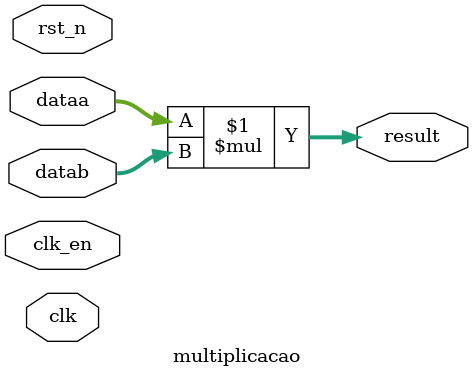
<source format=v>
`timescale 1 ps/1 ps

module multiplicacao (
	input clk,    // Clock
	input clk_en, // Clock Enable
	input rst_n,  // Asynchronous reset active low
	input [15:0] dataa,
	input [15:0] datab,
	output [31:0] result
	
);

	assign result = dataa * datab;


endmodule
</source>
